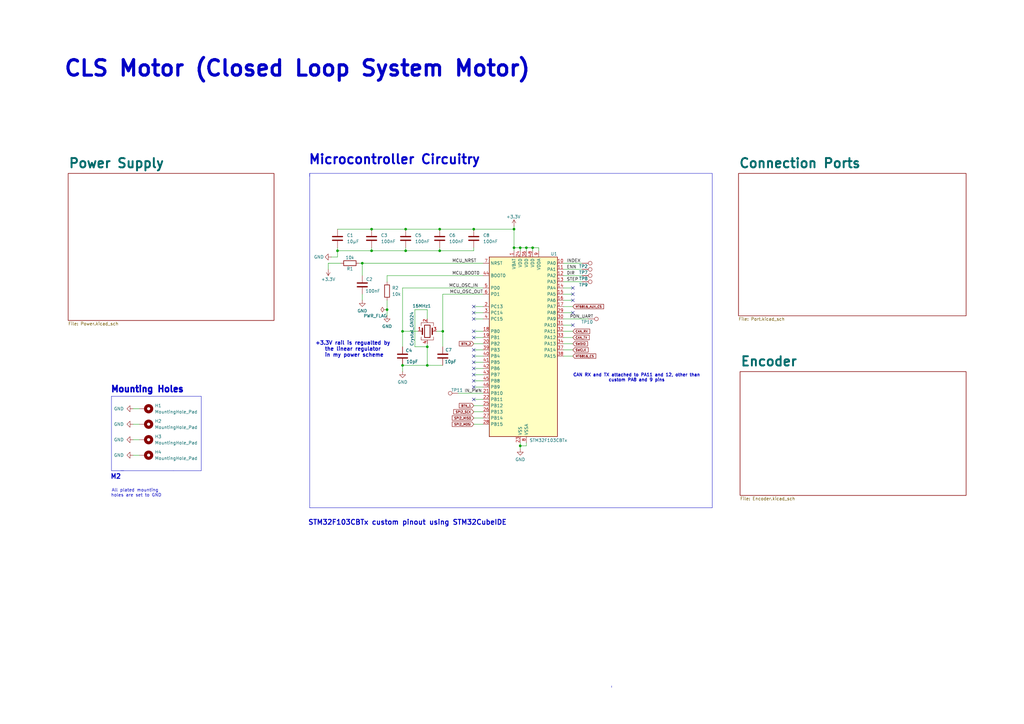
<source format=kicad_sch>
(kicad_sch (version 20231120) (generator "eeschema") (generator_version "8.0")
  (paper "A3")
  (title_block (title "Closed Loop Stepper Motor Driver") (date "2024-12-30") (rev "0.1") (comment 1 "From Ali M"))
  (lib_symbols
    (symbol "Connector:TestPoint" (pin_numbers hide) (pin_names (offset 0.762) hide)
      (property "Reference" "TP" (at 0 6.858 0))
      (property "Value" "TestPoint" (at 0 5.08 0))
      (symbol "TestPoint_0_1"
        (circle (center 0 3.302) (radius 0.762))
      )
      (symbol "TestPoint_1_1"
        (pin passive line (at 0 0 90) (length 2.54) (name "1") (number "1"))
      )
    )
    (symbol "Device:C" (pin_numbers hide) (pin_names (offset 0.254))
      (property "Reference" "C" (at 0.635 2.54 0))
      (property "Value" "C" (at 0.635 -2.54 0))
      (symbol "C_0_1"
        (polyline (pts (xy -2.032 -0.762) (xy 2.032 -0.762)) (stroke (width 0.508)))
        (polyline (pts (xy -2.032 0.762) (xy 2.032 0.762)) (stroke (width 0.508)))
      )
      (symbol "C_1_1"
        (pin passive line (at 0 3.81 270) (length 2.794) (name "~") (number "1"))
        (pin passive line (at 0 -3.81 90) (length 2.794) (name "~") (number "2"))
      )
    )
    (symbol "Device:Crystal_GND24" (pin_names (offset 1.016) hide)
      (property "Reference" "Y" (at 3.175 5.08 0))
      (property "Value" "Crystal_GND24" (at 3.175 3.175 0))
      (symbol "Crystal_GND24_0_1"
        (rectangle (start -1.143 2.54) (end 1.143 -2.54) (stroke (width 0.3048)))
        (polyline (pts (xy -2.54 0) (xy -2.032 0)))
        (polyline (pts (xy -2.032 -1.27) (xy -2.032 1.27)) (stroke (width 0.508)))
        (polyline (pts (xy 0 -3.81) (xy 0 -3.556)))
        (polyline (pts (xy 0 3.556) (xy 0 3.81)))
        (polyline (pts (xy 2.032 -1.27) (xy 2.032 1.27)) (stroke (width 0.508)))
        (polyline (pts (xy 2.032 0) (xy 2.54 0)))
        (polyline (pts (xy -2.54 -2.286) (xy -2.54 -3.556) (xy 2.54 -3.556) (xy 2.54 -2.286)))
        (polyline (pts (xy -2.54 2.286) (xy -2.54 3.556) (xy 2.54 3.556) (xy 2.54 2.286)))
      )
      (symbol "Crystal_GND24_1_1"
        (pin passive line (at -3.81 0 0) (length 1.27) (name "1") (number "1"))
        (pin passive line (at 0 5.08 270) (length 1.27) (name "2") (number "2"))
        (pin passive line (at 3.81 0 180) (length 1.27) (name "3") (number "3"))
        (pin passive line (at 0 -5.08 90) (length 1.27) (name "4") (number "4"))
      )
    )
    (symbol "Device:R" (pin_numbers hide) (pin_names (offset 0))
      (property "Reference" "R" (at 2.032 0 90))
      (property "Value" "R" (at 0 0 90))
      (symbol "R_0_1"
        (rectangle (start -1.016 -2.54) (end 1.016 2.54) (stroke (width 0.254)))
      )
      (symbol "R_1_1"
        (pin passive line (at 0 3.81 270) (length 1.27) (name "~") (number "1"))
        (pin passive line (at 0 -3.81 90) (length 1.27) (name "~") (number "2"))
      )
    )
    (symbol "MCU_ST_STM32F1:STM32F103CBTx"
      (property "Reference" "U" (at -12.7 39.37 0))
      (property "Value" "STM32F103CBTx" (at 10.16 39.37 0))
      (symbol "STM32F103CBTx_0_1"
        (rectangle (start -12.7 -35.56) (end 15.24 38.1) (stroke (width 0.254)) (fill (type background)))
      )
      (symbol "STM32F103CBTx_1_1"
        (pin power_in line (at -2.54 40.64 270) (length 2.54) (name "VBAT") (number "1"))
        (pin bidirectional line (at 17.78 35.56 180) (length 2.54) (name "PA0") (number "10"))
        (pin bidirectional line (at 17.78 33.02 180) (length 2.54) (name "PA1") (number "11"))
        (pin bidirectional line (at 17.78 30.48 180) (length 2.54) (name "PA2") (number "12"))
        (pin bidirectional line (at 17.78 27.94 180) (length 2.54) (name "PA3") (number "13"))
        (pin bidirectional line (at 17.78 25.4 180) (length 2.54) (name "PA4") (number "14"))
        (pin bidirectional line (at 17.78 22.86 180) (length 2.54) (name "PA5") (number "15"))
        (pin bidirectional line (at 17.78 20.32 180) (length 2.54) (name "PA6") (number "16"))
        (pin bidirectional line (at 17.78 17.78 180) (length 2.54) (name "PA7") (number "17"))
        (pin bidirectional line (at -15.24 7.62 0) (length 2.54) (name "PB0") (number "18"))
        (pin bidirectional line (at -15.24 5.08 0) (length 2.54) (name "PB1") (number "19"))
        (pin bidirectional line (at -15.24 17.78 0) (length 2.54) (name "PC13") (number "2"))
        (pin bidirectional line (at -15.24 2.54 0) (length 2.54) (name "PB2") (number "20"))
        (pin bidirectional line (at -15.24 -17.78 0) (length 2.54) (name "PB10") (number "21"))
        (pin bidirectional line (at -15.24 -20.32 0) (length 2.54) (name "PB11") (number "22"))
        (pin power_in line (at 0 -38.1 90) (length 2.54) (name "VSS") (number "23"))
        (pin power_in line (at 0 40.64 270) (length 2.54) (name "VDD") (number "24"))
        (pin bidirectional line (at -15.24 -22.86 0) (length 2.54) (name "PB12") (number "25"))
        (pin bidirectional line (at -15.24 -25.4 0) (length 2.54) (name "PB13") (number "26"))
        (pin bidirectional line (at -15.24 -27.94 0) (length 2.54) (name "PB14") (number "27"))
        (pin bidirectional line (at -15.24 -30.48 0) (length 2.54) (name "PB15") (number "28"))
        (pin bidirectional line (at 17.78 15.24 180) (length 2.54) (name "PA8") (number "29"))
        (pin bidirectional line (at -15.24 15.24 0) (length 2.54) (name "PC14") (number "3"))
        (pin bidirectional line (at 17.78 12.7 180) (length 2.54) (name "PA9") (number "30"))
        (pin bidirectional line (at 17.78 10.16 180) (length 2.54) (name "PA10") (number "31"))
        (pin bidirectional line (at 17.78 7.62 180) (length 2.54) (name "PA11") (number "32"))
        (pin bidirectional line (at 17.78 5.08 180) (length 2.54) (name "PA12") (number "33"))
        (pin bidirectional line (at 17.78 2.54 180) (length 2.54) (name "PA13") (number "34"))
        (pin passive line (at 0 -38.1 90) (length 2.54) hide (name "VSS") (number "35"))
        (pin power_in line (at 2.54 40.64 270) (length 2.54) (name "VDD") (number "36"))
        (pin bidirectional line (at 17.78 0 180) (length 2.54) (name "PA14") (number "37"))
        (pin bidirectional line (at 17.78 -2.54 180) (length 2.54) (name "PA15") (number "38"))
        (pin bidirectional line (at -15.24 0 0) (length 2.54) (name "PB3") (number "39"))
        (pin bidirectional line (at -15.24 12.7 0) (length 2.54) (name "PC15") (number "4"))
        (pin bidirectional line (at -15.24 -2.54 0) (length 2.54) (name "PB4") (number "40"))
        (pin bidirectional line (at -15.24 -5.08 0) (length 2.54) (name "PB5") (number "41"))
        (pin bidirectional line (at -15.24 -7.62 0) (length 2.54) (name "PB6") (number "42"))
        (pin bidirectional line (at -15.24 -10.16 0) (length 2.54) (name "PB7") (number "43"))
        (pin input line (at -15.24 30.48 0) (length 2.54) (name "BOOT0") (number "44"))
        (pin bidirectional line (at -15.24 -12.7 0) (length 2.54) (name "PB8") (number "45"))
        (pin bidirectional line (at -15.24 -15.24 0) (length 2.54) (name "PB9") (number "46"))
        (pin passive line (at 0 -38.1 90) (length 2.54) hide (name "VSS") (number "47"))
        (pin power_in line (at 5.08 40.64 270) (length 2.54) (name "VDD") (number "48"))
        (pin bidirectional line (at -15.24 25.4 0) (length 2.54) (name "PD0") (number "5"))
        (pin bidirectional line (at -15.24 22.86 0) (length 2.54) (name "PD1") (number "6"))
        (pin input line (at -15.24 35.56 0) (length 2.54) (name "NRST") (number "7"))
        (pin power_in line (at 2.54 -38.1 90) (length 2.54) (name "VSSA") (number "8"))
        (pin power_in line (at 7.62 40.64 270) (length 2.54) (name "VDDA") (number "9"))
      )
    )
    (symbol "Mechanical:MountingHole_Pad" (pin_numbers hide) (pin_names (offset 1.016) hide) (exclude_from_sim yes) (in_bom no)
      (property "Reference" "H" (at 0 6.35 0))
      (property "Value" "MountingHole_Pad" (at 0 4.445 0))
      (symbol "MountingHole_Pad_0_1"
        (circle (center 0 1.27) (radius 1.27) (stroke (width 1.27)))
      )
      (symbol "MountingHole_Pad_1_1"
        (pin input line (at 0 -2.54 90) (length 2.54) (name "1") (number "1"))
      )
    )
    (symbol "power:+3.3V" (power) (pin_numbers hide) (pin_names (offset 0) hide)
      (property "Value" "+3.3V" (at 0 3.556 0))
      (symbol "+3.3V_0_1"
        (polyline (pts (xy -0.762 1.27) (xy 0 2.54)))
        (polyline (pts (xy 0 0) (xy 0 2.54)))
        (polyline (pts (xy 0 2.54) (xy 0.762 1.27)))
      )
      (symbol "+3.3V_1_1"
        (pin power_in line (at 0 0 90) (length 0) (name "~") (number "1"))
      )
    )
    (symbol "power:GND" (power) (pin_numbers hide) (pin_names (offset 0) hide)
      (property "Value" "GND" (at 0 -3.81 0))
      (symbol "GND_0_1"
        (polyline (pts (xy 0 0) (xy 0 -1.27) (xy 1.27 -1.27) (xy 0 -2.54) (xy -1.27 -1.27) (xy 0 -1.27)))
      )
      (symbol "GND_1_1"
        (pin power_in line (at 0 0 270) (length 0) (name "~") (number "1"))
      )
    )
    (symbol "power:PWR_FLAG" (power) (pin_numbers hide) (pin_names (offset 0) hide)
      (property "Value" "PWR_FLAG" (at 0 3.81 0))
      (symbol "PWR_FLAG_0_0"
        (pin power_out line (at 0 0 90) (length 0) (name "~") (number "1"))
      )
      (symbol "PWR_FLAG_0_1"
        (polyline (pts (xy 0 0) (xy 0 1.27) (xy -1.016 1.905) (xy 0 2.54) (xy 1.016 1.905) (xy 0 1.27)))
      )
    )
  )
  (junction (at 175.26 149.86))
  (junction (at 158.75 127))
  (junction (at 152.4 93.98))
  (junction (at 165.1 149.86))
  (junction (at 210.82 101.6))
  (junction (at 166.37 102.87))
  (junction (at 210.82 93.98))
  (junction (at 218.44 101.6))
  (junction (at 166.37 93.98))
  (junction (at 213.36 101.6))
  (junction (at 152.4 102.87))
  (junction (at 148.59 107.95))
  (junction (at 213.36 182.88))
  (junction (at 194.31 93.98))
  (junction (at 180.34 102.87))
  (junction (at 180.34 93.98))
  (junction (at 215.9 101.6))
  (junction (at 138.43 102.87))
  (junction (at 175.26 142.24))
  (junction (at 165.1 135.89))
  (junction (at 181.61 135.89))
  (no_connect (at 194.31 146.05))
  (no_connect (at 194.31 148.59))
  (no_connect (at 194.31 138.43))
  (no_connect (at 194.31 158.75))
  (no_connect (at 194.31 153.67))
  (no_connect (at 234.95 128.27))
  (no_connect (at 194.31 125.73))
  (no_connect (at 234.95 118.11))
  (no_connect (at 194.31 163.83))
  (no_connect (at 194.31 151.13))
  (no_connect (at 194.31 128.27))
  (no_connect (at 194.31 156.21))
  (no_connect (at 234.95 123.19))
  (no_connect (at 234.95 120.65))
  (no_connect (at 234.95 133.35))
  (no_connect (at 194.31 143.51))
  (no_connect (at 194.31 130.81))
  (no_connect (at 194.31 135.89))
  (polyline (pts (xy 82.55 193.04) (xy 82.55 162.56)))
  (wire (pts (xy 165.1 118.11) (xy 165.1 135.89)))
  (wire (pts (xy 180.34 102.87) (xy 194.31 102.87)))
  (wire (pts (xy 194.31 102.87) (xy 194.31 101.6)))
  (wire (pts (xy 198.12 128.27) (xy 194.31 128.27)))
  (wire (pts (xy 210.82 101.6) (xy 213.36 101.6)))
  (wire (pts (xy 181.61 135.89) (xy 179.07 135.89)))
  (wire (pts (xy 138.43 102.87) (xy 138.43 105.41)))
  (wire (pts (xy 231.14 107.95) (xy 238.76 107.95)))
  (wire (pts (xy 170.18 127) (xy 170.18 142.24)))
  (wire (pts (xy 198.12 143.51) (xy 194.31 143.51)))
  (wire (pts (xy 138.43 102.87) (xy 152.4 102.87)))
  (wire (pts (xy 198.12 138.43) (xy 194.31 138.43)))
  (wire (pts (xy 215.9 101.6) (xy 215.9 102.87)))
  (polyline (pts (xy 71.12 193.04) (xy 82.55 193.04)))
  (wire (pts (xy 138.43 93.98) (xy 152.4 93.98)))
  (polyline (pts (xy 127 71.12) (xy 127 208.28)))
  (wire (pts (xy 234.95 146.05) (xy 231.14 146.05)))
  (wire (pts (xy 231.14 138.43) (xy 234.95 138.43)))
  (wire (pts (xy 181.61 135.89) (xy 181.61 142.24)))
  (wire (pts (xy 152.4 102.87) (xy 152.4 101.6)))
  (wire (pts (xy 148.59 113.03) (xy 148.59 107.95)))
  (wire (pts (xy 231.14 110.49) (xy 238.76 110.49)))
  (wire (pts (xy 194.31 171.45) (xy 198.12 171.45)))
  (wire (pts (xy 210.82 101.6) (xy 210.82 102.87)))
  (wire (pts (xy 54.61 167.64) (xy 57.15 167.64)))
  (wire (pts (xy 198.12 107.95) (xy 148.59 107.95)))
  (wire (pts (xy 231.14 140.97) (xy 234.95 140.97)))
  (wire (pts (xy 166.37 93.98) (xy 180.34 93.98)))
  (polyline (pts (xy 127 71.12) (xy 127 72.39)))
  (wire (pts (xy 134.62 107.95) (xy 134.62 110.49)))
  (polyline (pts (xy 45.72 193.04) (xy 50.8 193.04)))
  (wire (pts (xy 231.14 128.27) (xy 234.95 128.27)))
  (polyline (pts (xy 292.1 208.28) (xy 292.1 71.12)))
  (wire (pts (xy 180.34 93.98) (xy 194.31 93.98)))
  (wire (pts (xy 54.61 173.99) (xy 57.15 173.99)))
  (wire (pts (xy 198.12 146.05) (xy 194.31 146.05)))
  (wire (pts (xy 198.12 163.83) (xy 194.31 163.83)))
  (wire (pts (xy 218.44 101.6) (xy 218.44 102.87)))
  (wire (pts (xy 158.75 113.03) (xy 198.12 113.03)))
  (wire (pts (xy 231.14 123.19) (xy 234.95 123.19)))
  (wire (pts (xy 198.12 173.99) (xy 194.31 173.99)))
  (polyline (pts (xy 82.55 162.56) (xy 71.12 162.56)))
  (wire (pts (xy 213.36 101.6) (xy 215.9 101.6)))
  (wire (pts (xy 198.12 153.67) (xy 194.31 153.67)))
  (wire (pts (xy 194.31 93.98) (xy 210.82 93.98)))
  (wire (pts (xy 175.26 127) (xy 170.18 127)))
  (wire (pts (xy 215.9 182.88) (xy 215.9 181.61)))
  (wire (pts (xy 198.12 135.89) (xy 194.31 135.89)))
  (wire (pts (xy 158.75 113.03) (xy 158.75 115.57)))
  (wire (pts (xy 138.43 101.6) (xy 138.43 102.87)))
  (polyline (pts (xy 292.1 71.12) (xy 127 71.12)))
  (wire (pts (xy 166.37 102.87) (xy 166.37 101.6)))
  (wire (pts (xy 170.18 142.24) (xy 175.26 142.24)))
  (polyline (pts (xy 45.72 162.56) (xy 45.72 193.04)))
  (wire (pts (xy 158.75 123.19) (xy 158.75 127)))
  (wire (pts (xy 148.59 120.65) (xy 148.59 123.19)))
  (wire (pts (xy 181.61 120.65) (xy 198.12 120.65)))
  (polyline (pts (xy 250.825 281.305) (xy 250.825 281.94)))
  (wire (pts (xy 210.82 92.71) (xy 210.82 93.98)))
  (wire (pts (xy 54.61 180.34) (xy 57.15 180.34)))
  (wire (pts (xy 210.82 93.98) (xy 210.82 101.6)))
  (wire (pts (xy 198.12 140.97) (xy 194.31 140.97)))
  (wire (pts (xy 231.14 143.51) (xy 234.95 143.51)))
  (wire (pts (xy 198.12 166.37) (xy 194.31 166.37)))
  (wire (pts (xy 198.12 151.13) (xy 194.31 151.13)))
  (wire (pts (xy 165.1 135.89) (xy 171.45 135.89)))
  (wire (pts (xy 198.12 130.81) (xy 194.31 130.81)))
  (wire (pts (xy 198.12 125.73) (xy 194.31 125.73)))
  (wire (pts (xy 213.36 182.88) (xy 215.9 182.88)))
  (wire (pts (xy 231.14 113.03) (xy 238.76 113.03)))
  (wire (pts (xy 198.12 158.75) (xy 194.31 158.75)))
  (wire (pts (xy 231.14 118.11) (xy 234.95 118.11)))
  (wire (pts (xy 152.4 102.87) (xy 166.37 102.87)))
  (polyline (pts (xy 127 208.28) (xy 292.1 208.28)))
  (wire (pts (xy 175.26 149.86) (xy 181.61 149.86)))
  (wire (pts (xy 213.36 182.88) (xy 213.36 184.15)))
  (wire (pts (xy 187.96 161.29) (xy 198.12 161.29)))
  (wire (pts (xy 166.37 102.87) (xy 180.34 102.87)))
  (wire (pts (xy 165.1 118.11) (xy 198.12 118.11)))
  (wire (pts (xy 152.4 93.98) (xy 166.37 93.98)))
  (wire (pts (xy 135.89 105.41) (xy 138.43 105.41)))
  (wire (pts (xy 147.32 107.95) (xy 148.59 107.95)))
  (wire (pts (xy 198.12 156.21) (xy 194.31 156.21)))
  (wire (pts (xy 158.75 127) (xy 158.75 129.54)))
  (wire (pts (xy 215.9 101.6) (xy 218.44 101.6)))
  (wire (pts (xy 231.14 125.73) (xy 234.95 125.73)))
  (wire (pts (xy 231.14 115.57) (xy 238.76 115.57)))
  (wire (pts (xy 231.14 133.35) (xy 234.95 133.35)))
  (wire (pts (xy 213.36 101.6) (xy 213.36 102.87)))
  (wire (pts (xy 175.26 142.24) (xy 175.26 140.97)))
  (wire (pts (xy 175.26 130.81) (xy 175.26 127)))
  (wire (pts (xy 198.12 148.59) (xy 194.31 148.59)))
  (wire (pts (xy 220.98 102.87) (xy 220.98 101.6)))
  (polyline (pts (xy 71.12 162.56) (xy 45.72 162.56)))
  (wire (pts (xy 180.34 102.87) (xy 180.34 101.6)))
  (wire (pts (xy 220.98 101.6) (xy 218.44 101.6)))
  (wire (pts (xy 181.61 120.65) (xy 181.61 135.89)))
  (wire (pts (xy 165.1 149.86) (xy 165.1 152.4)))
  (wire (pts (xy 165.1 135.89) (xy 165.1 142.24)))
  (wire (pts (xy 134.62 107.95) (xy 139.7 107.95)))
  (wire (pts (xy 198.12 168.91) (xy 194.31 168.91)))
  (wire (pts (xy 231.14 120.65) (xy 234.95 120.65)))
  (polyline (pts (xy 49.53 193.04) (xy 71.12 193.04)))
  (wire (pts (xy 231.14 130.81) (xy 241.3 130.81)))
  (wire (pts (xy 54.61 186.69) (xy 57.15 186.69)))
  (wire (pts (xy 165.1 149.86) (xy 175.26 149.86)))
  (wire (pts (xy 213.36 182.88) (xy 213.36 181.61)))
  (wire (pts (xy 231.14 135.89) (xy 234.95 135.89)))
  (wire (pts (xy 175.26 149.86) (xy 175.26 142.24)))
  (text "CLS Motor (Closed Loop System Motor)\n" (at 121.92 28.194 0) (effects (font (size 6.35 6.35) (thickness 1.27) (bold yes))))
  (text "CAN RX and TX attached to PA11 and 12, other than\ncustom PA8 and 9 pins" (at 261.112 154.94 0) (effects (font (size 1.27 1.27) (thickness 0.254) (bold yes))))
  (text "All plated mounting \nholes are set to GND\n" (at 55.88 202.184 0) (effects (font (size 1.27 1.27))))
  (text "Microcontroller Circuitry" (at 161.798 65.532 0) (effects (font (size 3.81 3.81) (thickness 0.762) (bold yes))))
  (text "M2" (at 47.498 195.58 0) (effects (font (size 1.905 1.905) (thickness 0.381) (bold yes))))
  (text "+3.3V rail is regualted by \nthe linear regulator \nin my power scheme" (at 145.288 143.256 0) (effects (font (size 1.524 1.524) (thickness 0.3048) (bold yes))))
  (text "Mounting Holes" (at 60.452 159.766 0) (effects (font (size 2.54 2.54) (thickness 0.762) (bold yes))))
  (text "STM32F103CBTx custom pinout using STM32CubeIDE" (at 167.132 214.376 0) (effects (font (size 2.032 2.032) (thickness 0.381) (bold yes))))
  (label "MCU_BOOT0" (at 185.42 113.03 0))
  (label "MCU_OSC_OUT" (at 198.12 120.65 180))
  (label "IN_PWN" (at 190.5 161.29 0))
  (label "STEP" (at 232.41 115.57 0))
  (label "PDN_UART" (at 233.68 130.81 0))
  (label "INDEX" (at 232.41 107.95 0))
  (label "DIR" (at 232.41 113.03 0))
  (label "MCU_NRST" (at 185.42 107.95 0))
  (label "MCU_OSC_IN" (at 184.15 118.11 0))
  (label "ENN" (at 232.41 110.49 0))
  (global_label "SPI2_SCK" (shape input) (at 194.31 168.91 180) (effects (font (size 0.889 0.889) (thickness 0.1778) (bold yes))) (property "Intersheetrefs" "${INTERSHEET_REFS}" (effects (hide yes))))
  (global_label "SPI2_MISO" (shape input) (at 194.31 171.45 180) (effects (font (size 0.889 0.889) (thickness 0.1778) (bold yes))) (property "Intersheetrefs" "${INTERSHEET_REFS}" (effects (hide yes))))
  (global_label "CAN_RX" (shape input) (at 234.95 135.89 0) (effects (font (size 0.889 0.889) (thickness 0.1778) (bold yes))) (property "Intersheetrefs" "${INTERSHEET_REFS}" (effects (hide yes))))
  (global_label "MT6816_CS" (shape input) (at 234.95 146.05 0) (effects (font (size 0.889 0.889) (thickness 0.1778) (bold yes))) (property "Intersheetrefs" "${INTERSHEET_REFS}" (effects (hide yes))))
  (global_label "SPI2_MOSI" (shape input) (at 194.31 173.99 180) (effects (font (size 0.889 0.889) (thickness 0.1778) (bold yes))) (property "Intersheetrefs" "${INTERSHEET_REFS}" (effects (hide yes))))
  (global_label "MT6816_AUX_CS" (shape input) (at 234.95 125.73 0) (effects (font (size 0.889 0.889) (thickness 0.1778) (bold yes))) (property "Intersheetrefs" "${INTERSHEET_REFS}" (effects (hide yes))))
  (global_label "CAN_TX" (shape input) (at 234.95 138.43 0) (effects (font (size 0.889 0.889) (thickness 0.1778) (bold yes))) (property "Intersheetrefs" "${INTERSHEET_REFS}" (effects (hide yes))))
  (global_label "BTN_1" (shape input) (at 194.31 166.37 180) (effects (font (size 0.889 0.889) (thickness 0.1778) (bold yes))) (property "Intersheetrefs" "${INTERSHEET_REFS}" (effects (hide yes))))
  (global_label "BTN_2" (shape input) (at 194.31 140.97 180) (effects (font (size 0.889 0.889) (thickness 0.1778) (bold yes))) (property "Intersheetrefs" "${INTERSHEET_REFS}" (effects (hide yes))))
  (global_label "SWCLK" (shape input) (at 234.95 143.51 0) (effects (font (size 0.889 0.889) (thickness 0.1778) (bold yes))) (property "Intersheetrefs" "${INTERSHEET_REFS}" (effects (hide yes))))
  (global_label "SWDIO" (shape input) (at 234.95 140.97 0) (effects (font (size 0.889 0.889) (thickness 0.1778) (bold yes))) (property "Intersheetrefs" "${INTERSHEET_REFS}" (effects (hide yes))))
  (symbol (lib_id "Connector:TestPoint") (at 241.3 130.81 270) (unit 1)
    (property "Reference" "TP10" (at 240.792 132.08 90))
    (property "Value" "TestPoint" (effects (hide yes)))
    (property "Footprint" "Connector_Wire:SolderWirePad_1x01_SMD_1x2mm" (effects (hide yes)))
    (property "Description" "test point" (effects (hide yes)))
  )
  (symbol (lib_id "Connector:TestPoint") (at 238.76 107.95 270) (unit 1)
    (property "Reference" "TP2" (at 239.268 109.22 90))
    (property "Value" "TestPoint" (effects (hide yes)))
    (property "Footprint" "Connector_Wire:SolderWirePad_1x01_SMD_1x2mm" (effects (hide yes)))
    (property "Description" "test point" (effects (hide yes)))
  )
  (symbol (lib_id "Device:Crystal_GND24") (at 175.26 135.89 0) (unit 1)
    (property "Reference" "16MHz1" (at 172.974 125.476 0))
    (property "Value" "Crystal_GND24" (at 168.91 134.874 90))
    (property "Footprint" "Crystal:Crystal_SMD_3225-4Pin_3.2x2.5mm" (effects (hide yes)))
    (property "Description" "Four pin crystal, GND on pins 2 and 4" (effects (hide yes)))
  )
  (symbol (lib_id "power:GND") (at 54.61 173.99 270) (unit 1)
    (property "Reference" "#PWR019" (effects (hide yes)))
    (property "Value" "GND" (at 50.8 173.9899 90) (effects (justify right)))
    (property "Description" "Power symbol creates a global label with name \"GND\" , ground" (effects (hide yes)))
  )
  (symbol (lib_id "power:GND") (at 54.61 186.69 270) (unit 1)
    (property "Reference" "#PWR026" (effects (hide yes)))
    (property "Value" "GND" (at 50.8 186.6899 90) (effects (justify right)))
    (property "Description" "Power symbol creates a global label with name \"GND\" , ground" (effects (hide yes)))
  )
  (symbol (lib_id "power:GND") (at 148.59 123.19 0) (unit 1)
    (property "Reference" "#PWR014" (effects (hide yes)))
    (property "Value" "GND" (at 148.59 127.508 0))
    (property "Description" "Power symbol creates a global label with name \"GND\" , ground" (effects (hide yes)))
  )
  (symbol (lib_id "power:PWR_FLAG") (at 158.75 127 90) (unit 1)
    (property "Reference" "#FLG02" (effects (hide yes)))
    (property "Value" "PWR_FLAG" (at 153.924 129.54 90))
    (property "Description" "Special symbol for telling ERC where power comes from" (effects (hide yes)))
  )
  (symbol (lib_id "Device:R") (at 143.51 107.95 270) (unit 1)
    (property "Reference" "R1" (at 143.51 110.236 90))
    (property "Value" "10k" (at 143.51 105.664 90))
    (property "Footprint" "Resistor_SMD:R_0603_1608Metric" (effects (hide yes)))
    (property "Description" "Resistor" (effects (hide yes)))
  )
  (symbol (lib_id "power:GND") (at 135.89 105.41 270) (unit 1)
    (property "Reference" "#PWR048" (effects (hide yes)))
    (property "Value" "GND" (at 132.842 105.41 90) (effects (justify right)))
    (property "Description" "Power symbol creates a global label with name \"GND\" , ground" (effects (hide yes)))
  )
  (symbol (lib_id "power:+3.3V") (at 134.62 110.49 180) (unit 1)
    (property "Reference" "#PWR01" (effects (hide yes)))
    (property "Value" "+3.3V" (at 134.62 114.554 0))
    (property "Description" "Power symbol creates a global label with name \"+3.3V\"" (effects (hide yes)))
  )
  (symbol (lib_id "Connector:TestPoint") (at 187.96 161.29 90) (unit 1)
    (property "Reference" "TP11" (at 187.452 160.02 90))
    (property "Value" "TestPoint" (effects (hide yes)))
    (property "Footprint" "Connector_Wire:SolderWirePad_1x01_SMD_1x2mm" (effects (hide yes)))
    (property "Description" "test point" (effects (hide yes)))
  )
  (symbol (lib_id "power:GND") (at 54.61 180.34 270) (unit 1)
    (property "Reference" "#PWR025" (effects (hide yes)))
    (property "Value" "GND" (at 50.8 180.3399 90) (effects (justify right)))
    (property "Description" "Power symbol creates a global label with name \"GND\" , ground" (effects (hide yes)))
  )
  (symbol (lib_id "Device:C") (at 152.4 97.79 0) (unit 1)
    (property "Reference" "C3" (at 156.21 96.5199 0) (effects (justify left)))
    (property "Value" "100nF" (at 156.21 99.0599 0) (effects (justify left)))
    (property "Footprint" "Capacitor_SMD:C_0402_1005Metric" (effects (hide yes)))
    (property "Description" "Unpolarized capacitor" (effects (hide yes)))
  )
  (symbol (lib_id "power:GND") (at 213.36 184.15 0) (unit 1)
    (property "Reference" "#PWR06" (effects (hide yes)))
    (property "Value" "GND" (at 213.36 188.468 0))
    (property "Description" "Power symbol creates a global label with name \"GND\" , ground" (effects (hide yes)))
  )
  (symbol (lib_id "Device:C") (at 181.61 146.05 0) (unit 1)
    (property "Reference" "C7" (at 182.626 143.51 0) (effects (justify left)))
    (property "Value" "10pF" (at 182.372 148.336 0) (effects (justify left)))
    (property "Footprint" "Capacitor_SMD:C_0402_1005Metric" (effects (hide yes)))
    (property "Description" "Unpolarized capacitor" (effects (hide yes)))
  )
  (symbol (lib_id "Mechanical:MountingHole_Pad") (at 59.69 173.99 270) (unit 1) (exclude_from_sim yes) (in_bom no)
    (property "Reference" "H2" (at 63.5 172.7199 90) (effects (justify left)))
    (property "Value" "MountingHole_Pad" (at 63.5 175.2599 90) (effects (justify left)))
    (property "Footprint" "MountingHole:MountingHole_3.2mm_M3_Pad" (effects (hide yes)))
    (property "Description" "Mounting Hole with connection" (effects (hide yes)))
  )
  (symbol (lib_id "Device:C") (at 148.59 116.84 0) (unit 1)
    (property "Reference" "C2" (at 150.114 114.554 0) (effects (justify left)))
    (property "Value" "100nF" (at 149.86 119.38 0) (effects (justify left)))
    (property "Footprint" "Capacitor_SMD:C_0402_1005Metric" (effects (hide yes)))
    (property "Description" "Unpolarized capacitor" (effects (hide yes)))
  )
  (symbol (lib_id "Device:C") (at 194.31 97.79 0) (unit 1)
    (property "Reference" "C8" (at 198.12 96.5199 0) (effects (justify left)))
    (property "Value" "100nF" (at 198.12 99.0599 0) (effects (justify left)))
    (property "Footprint" "Capacitor_SMD:C_0402_1005Metric" (effects (hide yes)))
    (property "Description" "Unpolarized capacitor" (effects (hide yes)))
  )
  (symbol (lib_id "Connector:TestPoint") (at 238.76 115.57 270) (unit 1)
    (property "Reference" "TP9" (at 239.268 116.84 90))
    (property "Value" "TestPoint" (effects (hide yes)))
    (property "Footprint" "Connector_Wire:SolderWirePad_1x01_SMD_1x2mm" (effects (hide yes)))
    (property "Description" "test point" (effects (hide yes)))
  )
  (symbol (lib_id "Mechanical:MountingHole_Pad") (at 59.69 180.34 270) (unit 1) (exclude_from_sim yes) (in_bom no)
    (property "Reference" "H3" (at 63.5 179.0699 90) (effects (justify left)))
    (property "Value" "MountingHole_Pad" (at 63.5 181.6099 90) (effects (justify left)))
    (property "Footprint" "MountingHole:MountingHole_3.2mm_M3_Pad" (effects (hide yes)))
    (property "Description" "Mounting Hole with connection" (effects (hide yes)))
  )
  (symbol (lib_id "Mechanical:MountingHole_Pad") (at 59.69 167.64 270) (unit 1) (exclude_from_sim yes) (in_bom no)
    (property "Reference" "H1" (at 63.5 166.3699 90) (effects (justify left)))
    (property "Value" "MountingHole_Pad" (at 63.5 168.9099 90) (effects (justify left)))
    (property "Footprint" "MountingHole:MountingHole_3.2mm_M3_Pad" (effects (hide yes)))
    (property "Description" "Mounting Hole with connection" (effects (hide yes)))
  )
  (symbol (lib_id "Device:R") (at 158.75 119.38 180) (unit 1)
    (property "Reference" "R2" (at 160.782 118.11 0) (effects (justify right)))
    (property "Value" "10k" (at 160.782 120.65 0) (effects (justify right)))
    (property "Footprint" "Resistor_SMD:R_0603_1608Metric" (effects (hide yes)))
    (property "Description" "Resistor" (effects (hide yes)))
  )
  (symbol (lib_id "Mechanical:MountingHole_Pad") (at 59.69 186.69 270) (unit 1) (exclude_from_sim yes) (in_bom no)
    (property "Reference" "H4" (at 63.5 185.4199 90) (effects (justify left)))
    (property "Value" "MountingHole_Pad" (at 63.5 187.9599 90) (effects (justify left)))
    (property "Footprint" "MountingHole:MountingHole_3.2mm_M3_Pad" (effects (hide yes)))
    (property "Description" "Mounting Hole with connection" (effects (hide yes)))
  )
  (symbol (lib_id "Device:C") (at 138.43 97.79 0) (unit 1)
    (property "Reference" "C1" (at 142.24 96.5199 0) (effects (justify left)))
    (property "Value" "10µF" (at 142.24 99.0599 0) (effects (justify left)))
    (property "Footprint" "Capacitor_SMD:C_0603_1608Metric" (effects (hide yes)))
    (property "Description" "Unpolarized capacitor" (effects (hide yes)))
  )
  (symbol (lib_id "Connector:TestPoint") (at 238.76 110.49 270) (unit 1)
    (property "Reference" "TP7" (at 239.268 111.76 90))
    (property "Value" "TestPoint" (effects (hide yes)))
    (property "Footprint" "Connector_Wire:SolderWirePad_1x01_SMD_1x2mm" (effects (hide yes)))
    (property "Description" "test point" (effects (hide yes)))
  )
  (symbol (lib_id "power:+3.3V") (at 210.82 92.71 0) (unit 1)
    (property "Reference" "#PWR05" (effects (hide yes)))
    (property "Value" "+3.3V" (at 210.566 88.9 0))
    (property "Description" "Power symbol creates a global label with name \"+3.3V\"" (effects (hide yes)))
  )
  (symbol (lib_id "Device:C") (at 166.37 97.79 0) (unit 1)
    (property "Reference" "C5" (at 170.18 96.5199 0) (effects (justify left)))
    (property "Value" "100nF" (at 170.18 99.0599 0) (effects (justify left)))
    (property "Footprint" "Capacitor_SMD:C_0402_1005Metric" (effects (hide yes)))
    (property "Description" "Unpolarized capacitor" (effects (hide yes)))
  )
  (symbol (lib_id "power:GND") (at 54.61 167.64 270) (unit 1)
    (property "Reference" "#PWR018" (effects (hide yes)))
    (property "Value" "GND" (at 50.8 167.6399 90) (effects (justify right)))
    (property "Description" "Power symbol creates a global label with name \"GND\" , ground" (effects (hide yes)))
  )
  (symbol (lib_id "power:GND") (at 158.75 129.54 0) (unit 1)
    (property "Reference" "#PWR02" (effects (hide yes)))
    (property "Value" "GND" (at 158.75 133.858 0))
    (property "Description" "Power symbol creates a global label with name \"GND\" , ground" (effects (hide yes)))
  )
  (symbol (lib_id "power:GND") (at 165.1 152.4 0) (unit 1)
    (property "Reference" "#PWR04" (effects (hide yes)))
    (property "Value" "GND" (at 165.1 156.718 0))
    (property "Description" "Power symbol creates a global label with name \"GND\" , ground" (effects (hide yes)))
  )
  (symbol (lib_id "Device:C") (at 180.34 97.79 0) (unit 1)
    (property "Reference" "C6" (at 184.15 96.5199 0) (effects (justify left)))
    (property "Value" "100nF" (at 184.15 99.0599 0) (effects (justify left)))
    (property "Footprint" "Capacitor_SMD:C_0402_1005Metric" (effects (hide yes)))
    (property "Description" "Unpolarized capacitor" (effects (hide yes)))
  )
  (symbol (lib_id "MCU_ST_STM32F1:STM32F103CBTx") (at 213.36 143.51 0) (unit 1)
    (property "Reference" "U1" (at 225.806 104.14 0) (effects (justify left)))
    (property "Value" "STM32F103CBTx" (at 217.17 180.594 0) (effects (justify left)))
    (property "Footprint" "Package_QFP:LQFP-48_7x7mm_P0.5mm" (effects (hide yes)))
    (property "Datasheet" "https://www.st.com/resource/en/datasheet/stm32f103cb.pdf" (effects (hide yes)))
    (property "Description" "STMicroelectronics Arm Cortex-M3 MCU, 128KB flash, 20KB RAM, 72 MHz, 2.0-3.6V, 37 GPIO, LQFP48" (effects (hide yes)))
  )
  (symbol (lib_id "Connector:TestPoint") (at 238.76 113.03 270) (unit 1)
    (property "Reference" "TP8" (at 239.268 114.3 90))
    (property "Value" "TestPoint" (effects (hide yes)))
    (property "Footprint" "Connector_Wire:SolderWirePad_1x01_SMD_1x2mm" (effects (hide yes)))
    (property "Description" "test point" (effects (hide yes)))
  )
  (symbol (lib_id "Device:C") (at 165.1 146.05 0) (unit 1)
    (property "Reference" "C4" (at 166.37 143.764 0) (effects (justify left)))
    (property "Value" "10pF" (at 166.624 148.336 0) (effects (justify left)))
    (property "Footprint" "Capacitor_SMD:C_0402_1005Metric" (effects (hide yes)))
    (property "Description" "Unpolarized capacitor" (effects (hide yes)))
  )
  (sheet (at 303.53 152.4) (size 92.71 50.8) (stroke (width 0.1524))
    (property "Sheetname" "Encoder" (at 303.53 150.4184 0) (effects (font (size 3.81 3.81) (thickness 0.762) (bold yes)) (justify left bottom)))
    (property "Sheetfile" "Encoder.kicad_sch" (at 303.53 203.7846 0) (effects (justify left top)))
  )
  (sheet (at 27.94 71.12) (size 84.455 60.325) (stroke (width 0.1524))
    (property "Sheetname" "Power Supply" (at 27.94 69.1384 0) (effects (font (size 3.81 3.81) (thickness 0.762) (bold yes)) (justify left bottom)))
    (property "Sheetfile" "Power.kicad_sch" (at 27.94 132.0296 0) (effects (justify left top)))
  )
  (sheet (at 302.895 71.12) (size 93.345 58.42) (stroke (width 0.1524))
    (property "Sheetname" "Connection Ports" (at 302.895 69.1384 0) (effects (font (size 3.81 3.81) (thickness 0.762) (bold yes)) (justify left bottom)))
    (property "Sheetfile" "Port.kicad_sch" (at 302.895 130.1246 0) (effects (justify left top)))
  )
)
</source>
